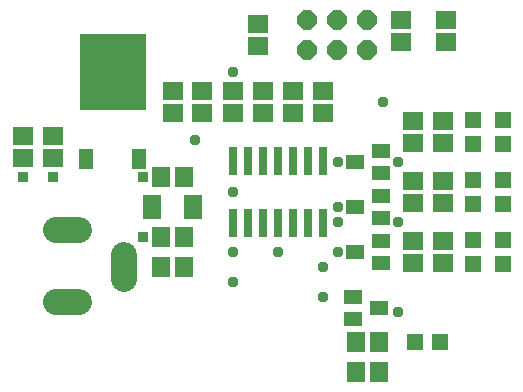
<source format=gts>
G75*
%MOIN*%
%OFA0B0*%
%FSLAX25Y25*%
%IPPOS*%
%LPD*%
%AMOC8*
5,1,8,0,0,1.08239X$1,22.5*
%
%ADD10R,0.05524X0.05524*%
%ADD11R,0.06706X0.05918*%
%ADD12R,0.06312X0.07887*%
%ADD13R,0.03162X0.09461*%
%ADD14R,0.22060X0.25209*%
%ADD15R,0.04737X0.07099*%
%ADD16C,0.08674*%
%ADD17OC8,0.06400*%
%ADD18R,0.06312X0.04737*%
%ADD19R,0.05918X0.07099*%
%ADD20R,0.07099X0.05918*%
%ADD21R,0.03778X0.03778*%
%ADD22C,0.03778*%
D10*
X0160236Y0077081D03*
X0168504Y0077081D03*
X0179370Y0102947D03*
X0179370Y0111215D03*
X0189370Y0111215D03*
X0189370Y0102947D03*
X0189370Y0122947D03*
X0189370Y0131215D03*
X0179370Y0131215D03*
X0179370Y0122947D03*
X0179370Y0142947D03*
X0179370Y0151215D03*
X0189370Y0151215D03*
X0189370Y0142947D03*
D11*
X0089216Y0153303D03*
X0089216Y0160784D03*
X0079370Y0160821D03*
X0079370Y0153341D03*
X0039370Y0145821D03*
X0039370Y0138341D03*
X0029370Y0138341D03*
X0029370Y0145821D03*
D12*
X0072677Y0122081D03*
X0086063Y0122081D03*
D13*
X0099370Y0116845D03*
X0104370Y0116845D03*
X0109370Y0116845D03*
X0114370Y0116845D03*
X0119370Y0116845D03*
X0124370Y0116845D03*
X0129370Y0116845D03*
X0129370Y0137317D03*
X0124370Y0137317D03*
X0119370Y0137317D03*
X0114370Y0137317D03*
X0109370Y0137317D03*
X0104370Y0137317D03*
X0099370Y0137317D03*
D14*
X0059370Y0166924D03*
D15*
X0050394Y0138183D03*
X0068346Y0138183D03*
D16*
X0048307Y0090270D02*
X0040433Y0090270D01*
X0063268Y0098144D02*
X0063268Y0106018D01*
X0048307Y0114286D02*
X0040433Y0114286D01*
D17*
X0124348Y0174535D03*
X0124348Y0184535D03*
X0134348Y0184535D03*
X0144348Y0184535D03*
X0144348Y0174535D03*
X0134348Y0174535D03*
D18*
X0148701Y0140821D03*
X0148701Y0133341D03*
X0148701Y0125821D03*
X0148701Y0118341D03*
X0148701Y0110821D03*
X0148701Y0103341D03*
X0140039Y0107081D03*
X0139370Y0092081D03*
X0139370Y0084601D03*
X0148032Y0088341D03*
X0140039Y0122081D03*
X0140039Y0137081D03*
D19*
X0083110Y0132081D03*
X0075630Y0132081D03*
X0075630Y0112081D03*
X0083110Y0112081D03*
X0083110Y0102081D03*
X0075630Y0102081D03*
X0140630Y0077081D03*
X0148110Y0077081D03*
X0148110Y0067081D03*
X0140630Y0067081D03*
D20*
X0159370Y0103341D03*
X0159370Y0110821D03*
X0169370Y0110821D03*
X0169370Y0103341D03*
X0169370Y0123341D03*
X0169370Y0130821D03*
X0159370Y0130821D03*
X0159370Y0123341D03*
X0159370Y0143341D03*
X0159370Y0150821D03*
X0169370Y0150821D03*
X0169370Y0143341D03*
X0170379Y0176950D03*
X0170379Y0184431D03*
X0155666Y0184581D03*
X0155666Y0177101D03*
X0129370Y0160821D03*
X0129370Y0153341D03*
X0119370Y0153341D03*
X0119370Y0160821D03*
X0109370Y0160821D03*
X0109370Y0153341D03*
X0099370Y0153341D03*
X0099370Y0160821D03*
X0107815Y0175769D03*
X0107815Y0183249D03*
D21*
X0069370Y0132081D03*
X0069370Y0112081D03*
X0039370Y0132081D03*
X0029370Y0132081D03*
D22*
X0086743Y0144395D03*
X0099370Y0127081D03*
X0099370Y0107081D03*
X0099370Y0097081D03*
X0114370Y0107081D03*
X0129370Y0102081D03*
X0134370Y0107081D03*
X0134370Y0117081D03*
X0134370Y0122081D03*
X0134370Y0137081D03*
X0154370Y0137081D03*
X0154370Y0117081D03*
X0129370Y0092081D03*
X0154370Y0087081D03*
X0149370Y0157081D03*
X0099370Y0167081D03*
M02*

</source>
